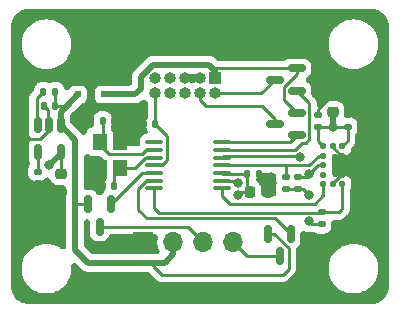
<source format=gtl>
G04 #@! TF.GenerationSoftware,KiCad,Pcbnew,6.0.11-2627ca5db0~126~ubuntu22.04.1*
G04 #@! TF.CreationDate,2023-06-19T15:46:02-07:00*
G04 #@! TF.ProjectId,VL53L1x_pwm,564c3533-4c31-4785-9f70-776d2e6b6963,rev?*
G04 #@! TF.SameCoordinates,Original*
G04 #@! TF.FileFunction,Copper,L1,Top*
G04 #@! TF.FilePolarity,Positive*
%FSLAX46Y46*%
G04 Gerber Fmt 4.6, Leading zero omitted, Abs format (unit mm)*
G04 Created by KiCad (PCBNEW 6.0.11-2627ca5db0~126~ubuntu22.04.1) date 2023-06-19 15:46:02*
%MOMM*%
%LPD*%
G01*
G04 APERTURE LIST*
G04 Aperture macros list*
%AMRoundRect*
0 Rectangle with rounded corners*
0 $1 Rounding radius*
0 $2 $3 $4 $5 $6 $7 $8 $9 X,Y pos of 4 corners*
0 Add a 4 corners polygon primitive as box body*
4,1,4,$2,$3,$4,$5,$6,$7,$8,$9,$2,$3,0*
0 Add four circle primitives for the rounded corners*
1,1,$1+$1,$2,$3*
1,1,$1+$1,$4,$5*
1,1,$1+$1,$6,$7*
1,1,$1+$1,$8,$9*
0 Add four rect primitives between the rounded corners*
20,1,$1+$1,$2,$3,$4,$5,0*
20,1,$1+$1,$4,$5,$6,$7,0*
20,1,$1+$1,$6,$7,$8,$9,0*
20,1,$1+$1,$8,$9,$2,$3,0*%
G04 Aperture macros list end*
G04 #@! TA.AperFunction,SMDPad,CuDef*
%ADD10RoundRect,0.140000X0.140000X0.170000X-0.140000X0.170000X-0.140000X-0.170000X0.140000X-0.170000X0*%
G04 #@! TD*
G04 #@! TA.AperFunction,SMDPad,CuDef*
%ADD11RoundRect,0.140000X-0.170000X0.140000X-0.170000X-0.140000X0.170000X-0.140000X0.170000X0.140000X0*%
G04 #@! TD*
G04 #@! TA.AperFunction,SMDPad,CuDef*
%ADD12RoundRect,0.062500X-0.062500X0.127500X-0.062500X-0.127500X0.062500X-0.127500X0.062500X0.127500X0*%
G04 #@! TD*
G04 #@! TA.AperFunction,SMDPad,CuDef*
%ADD13RoundRect,0.125000X-0.125000X0.125000X-0.125000X-0.125000X0.125000X-0.125000X0.125000X0.125000X0*%
G04 #@! TD*
G04 #@! TA.AperFunction,ComponentPad*
%ADD14R,1.700000X1.700000*%
G04 #@! TD*
G04 #@! TA.AperFunction,ComponentPad*
%ADD15O,1.700000X1.700000*%
G04 #@! TD*
G04 #@! TA.AperFunction,SMDPad,CuDef*
%ADD16RoundRect,0.135000X-0.185000X0.135000X-0.185000X-0.135000X0.185000X-0.135000X0.185000X0.135000X0*%
G04 #@! TD*
G04 #@! TA.AperFunction,SMDPad,CuDef*
%ADD17R,1.200000X1.400000*%
G04 #@! TD*
G04 #@! TA.AperFunction,SMDPad,CuDef*
%ADD18RoundRect,0.140000X0.170000X-0.140000X0.170000X0.140000X-0.170000X0.140000X-0.170000X-0.140000X0*%
G04 #@! TD*
G04 #@! TA.AperFunction,SMDPad,CuDef*
%ADD19RoundRect,0.135000X0.185000X-0.135000X0.185000X0.135000X-0.185000X0.135000X-0.185000X-0.135000X0*%
G04 #@! TD*
G04 #@! TA.AperFunction,ComponentPad*
%ADD20R,1.000000X1.000000*%
G04 #@! TD*
G04 #@! TA.AperFunction,ComponentPad*
%ADD21O,1.000000X1.000000*%
G04 #@! TD*
G04 #@! TA.AperFunction,SMDPad,CuDef*
%ADD22RoundRect,0.225000X0.225000X0.250000X-0.225000X0.250000X-0.225000X-0.250000X0.225000X-0.250000X0*%
G04 #@! TD*
G04 #@! TA.AperFunction,SMDPad,CuDef*
%ADD23RoundRect,0.140000X-0.140000X-0.170000X0.140000X-0.170000X0.140000X0.170000X-0.140000X0.170000X0*%
G04 #@! TD*
G04 #@! TA.AperFunction,SMDPad,CuDef*
%ADD24R,0.500000X0.500000*%
G04 #@! TD*
G04 #@! TA.AperFunction,SMDPad,CuDef*
%ADD25RoundRect,0.225000X-0.250000X0.225000X-0.250000X-0.225000X0.250000X-0.225000X0.250000X0.225000X0*%
G04 #@! TD*
G04 #@! TA.AperFunction,SMDPad,CuDef*
%ADD26RoundRect,0.150000X0.587500X0.150000X-0.587500X0.150000X-0.587500X-0.150000X0.587500X-0.150000X0*%
G04 #@! TD*
G04 #@! TA.AperFunction,SMDPad,CuDef*
%ADD27RoundRect,0.225000X0.250000X-0.225000X0.250000X0.225000X-0.250000X0.225000X-0.250000X-0.225000X0*%
G04 #@! TD*
G04 #@! TA.AperFunction,SMDPad,CuDef*
%ADD28RoundRect,0.135000X0.135000X0.185000X-0.135000X0.185000X-0.135000X-0.185000X0.135000X-0.185000X0*%
G04 #@! TD*
G04 #@! TA.AperFunction,SMDPad,CuDef*
%ADD29RoundRect,0.150000X-0.150000X0.587500X-0.150000X-0.587500X0.150000X-0.587500X0.150000X0.587500X0*%
G04 #@! TD*
G04 #@! TA.AperFunction,SMDPad,CuDef*
%ADD30RoundRect,0.150000X-0.150000X0.512500X-0.150000X-0.512500X0.150000X-0.512500X0.150000X0.512500X0*%
G04 #@! TD*
G04 #@! TA.AperFunction,SMDPad,CuDef*
%ADD31RoundRect,0.100000X-0.637500X-0.100000X0.637500X-0.100000X0.637500X0.100000X-0.637500X0.100000X0*%
G04 #@! TD*
G04 #@! TA.AperFunction,ViaPad*
%ADD32C,0.800000*%
G04 #@! TD*
G04 #@! TA.AperFunction,Conductor*
%ADD33C,0.250000*%
G04 #@! TD*
G04 #@! TA.AperFunction,Conductor*
%ADD34C,0.500000*%
G04 #@! TD*
G04 APERTURE END LIST*
D10*
G04 #@! TO.P,C2,1*
G04 #@! TO.N,GND*
X126730000Y-96000000D03*
G04 #@! TO.P,C2,2*
G04 #@! TO.N,/CLK_A*
X125770000Y-96000000D03*
G04 #@! TD*
D11*
G04 #@! TO.P,C7,1*
G04 #@! TO.N,Net-(C7-Pad1)*
X120250000Y-100290000D03*
G04 #@! TO.P,C7,2*
G04 #@! TO.N,GND*
X120250000Y-101250000D03*
G04 #@! TD*
D12*
G04 #@! TO.P,U3,1,AVDDVCSEL*
G04 #@! TO.N,+1V8*
X145925000Y-98010000D03*
D13*
X146050000Y-98150000D03*
G04 #@! TO.P,U3,2,AVSSVCSEL*
G04 #@! TO.N,GND*
X146050000Y-98950000D03*
G04 #@! TO.P,U3,3,GND*
X146050000Y-99750000D03*
G04 #@! TO.P,U3,4,GND*
X146050000Y-100550000D03*
G04 #@! TO.P,U3,5,XSHUT*
G04 #@! TO.N,XSHUT*
X146050000Y-101350000D03*
G04 #@! TO.P,U3,6,GND*
G04 #@! TO.N,GND*
X145250000Y-101350000D03*
G04 #@! TO.P,U3,7,GPIO1*
G04 #@! TO.N,INT*
X144450000Y-101350000D03*
G04 #@! TO.P,U3,8,DNC*
G04 #@! TO.N,unconnected-(U3-Pad8)*
X144450000Y-100550000D03*
G04 #@! TO.P,U3,9,SDA*
G04 #@! TO.N,SDA*
X144450000Y-99750000D03*
G04 #@! TO.P,U3,10,SCL*
G04 #@! TO.N,SCL*
X144450000Y-98950000D03*
G04 #@! TO.P,U3,11,AVDD*
G04 #@! TO.N,+1V8*
X144450000Y-98150000D03*
G04 #@! TO.P,U3,12,GND*
G04 #@! TO.N,GND*
X145250000Y-98150000D03*
G04 #@! TD*
D14*
G04 #@! TO.P,J2,1,Pin_1*
G04 #@! TO.N,GND*
X129200000Y-106250000D03*
D15*
G04 #@! TO.P,J2,2,Pin_2*
G04 #@! TO.N,VCC*
X131740000Y-106250000D03*
G04 #@! TO.P,J2,3,Pin_3*
G04 #@! TO.N,PWMOUT*
X134280000Y-106250000D03*
G04 #@! TO.P,J2,4,Pin_4*
G04 #@! TO.N,INTOUT*
X136820000Y-106250000D03*
G04 #@! TD*
D16*
G04 #@! TO.P,R2,1*
G04 #@! TO.N,SDA*
X142306359Y-100740000D03*
G04 #@! TO.P,R2,2*
G04 #@! TO.N,+1V8*
X142306359Y-101760000D03*
G04 #@! TD*
D17*
G04 #@! TO.P,Y1,1,1*
G04 #@! TO.N,/CLK_A*
X125500000Y-97750000D03*
G04 #@! TO.P,Y1,2,2*
G04 #@! TO.N,GND*
X125500000Y-99950000D03*
G04 #@! TO.P,Y1,3,3*
G04 #@! TO.N,/CLK_B*
X127200000Y-99950000D03*
G04 #@! TO.P,Y1,4,4*
G04 #@! TO.N,GND*
X127200000Y-97750000D03*
G04 #@! TD*
D18*
G04 #@! TO.P,C4,1*
G04 #@! TO.N,+1V8*
X146500000Y-96480000D03*
G04 #@! TO.P,C4,2*
G04 #@! TO.N,GND*
X146500000Y-95520000D03*
G04 #@! TD*
G04 #@! TO.P,C5,1*
G04 #@! TO.N,+1V8*
X144000000Y-96480000D03*
G04 #@! TO.P,C5,2*
G04 #@! TO.N,GND*
X144000000Y-95520000D03*
G04 #@! TD*
D10*
G04 #@! TO.P,C11,1*
G04 #@! TO.N,GND*
X138980000Y-100500000D03*
G04 #@! TO.P,C11,2*
G04 #@! TO.N,+1V8*
X138020000Y-100500000D03*
G04 #@! TD*
G04 #@! TO.P,C9,1*
G04 #@! TO.N,/CLK_B*
X126730000Y-101500000D03*
G04 #@! TO.P,C9,2*
G04 #@! TO.N,GND*
X125770000Y-101500000D03*
G04 #@! TD*
D19*
G04 #@! TO.P,R3,1*
G04 #@! TO.N,+1V8*
X141250000Y-101760000D03*
G04 #@! TO.P,R3,2*
G04 #@! TO.N,SCL*
X141250000Y-100740000D03*
G04 #@! TD*
D20*
G04 #@! TO.P,J1,1,Pin_1*
G04 #@! TO.N,+3V3*
X135300000Y-92375000D03*
D21*
G04 #@! TO.P,J1,2,Pin_2*
G04 #@! TO.N,SWDIO*
X135300000Y-93645000D03*
G04 #@! TO.P,J1,3,Pin_3*
G04 #@! TO.N,GND*
X134030000Y-92375000D03*
G04 #@! TO.P,J1,4,Pin_4*
G04 #@! TO.N,SWCLK*
X134030000Y-93645000D03*
G04 #@! TO.P,J1,5,Pin_5*
G04 #@! TO.N,GND*
X132760000Y-92375000D03*
G04 #@! TO.P,J1,6,Pin_6*
G04 #@! TO.N,unconnected-(J1-Pad6)*
X132760000Y-93645000D03*
G04 #@! TO.P,J1,7,Pin_7*
G04 #@! TO.N,unconnected-(J1-Pad7)*
X131490000Y-92375000D03*
G04 #@! TO.P,J1,8,Pin_8*
G04 #@! TO.N,unconnected-(J1-Pad8)*
X131490000Y-93645000D03*
G04 #@! TO.P,J1,9,Pin_9*
G04 #@! TO.N,GND*
X130220000Y-92375000D03*
G04 #@! TO.P,J1,10,Pin_10*
G04 #@! TO.N,RST*
X130220000Y-93645000D03*
G04 #@! TD*
D22*
G04 #@! TO.P,C10,1*
G04 #@! TO.N,GND*
X139750000Y-102000000D03*
G04 #@! TO.P,C10,2*
G04 #@! TO.N,+1V8*
X138200000Y-102000000D03*
G04 #@! TD*
D23*
G04 #@! TO.P,C3,1*
G04 #@! TO.N,GND*
X129270000Y-96250000D03*
G04 #@! TO.P,C3,2*
G04 #@! TO.N,RST*
X130230000Y-96250000D03*
G04 #@! TD*
D24*
G04 #@! TO.P,D1,1,K*
G04 #@! TO.N,VCC*
X123650000Y-93750000D03*
G04 #@! TO.P,D1,2,A*
G04 #@! TO.N,+3V3*
X125850000Y-93750000D03*
G04 #@! TD*
D25*
G04 #@! TO.P,C8,1*
G04 #@! TO.N,+1V8*
X122250000Y-100475000D03*
G04 #@! TO.P,C8,2*
G04 #@! TO.N,GND*
X122250000Y-102025000D03*
G04 #@! TD*
D26*
G04 #@! TO.P,Q2,1,G*
G04 #@! TO.N,SWCLK1V8*
X142187500Y-97200000D03*
G04 #@! TO.P,Q2,2,S*
G04 #@! TO.N,+3V3*
X142187500Y-95300000D03*
G04 #@! TO.P,Q2,3,D*
G04 #@! TO.N,SWCLK*
X140312500Y-96250000D03*
G04 #@! TD*
D27*
G04 #@! TO.P,C6,1*
G04 #@! TO.N,+1V8*
X145250000Y-95275000D03*
G04 #@! TO.P,C6,2*
G04 #@! TO.N,GND*
X145250000Y-93725000D03*
G04 #@! TD*
D28*
G04 #@! TO.P,R1,1*
G04 #@! TO.N,VCC*
X121760000Y-93520000D03*
G04 #@! TO.P,R1,2*
G04 #@! TO.N,Net-(R1-Pad2)*
X120740000Y-93520000D03*
G04 #@! TD*
D26*
G04 #@! TO.P,Q1,1,G*
G04 #@! TO.N,SWDIO1V8*
X142187500Y-93450000D03*
G04 #@! TO.P,Q1,2,S*
G04 #@! TO.N,+3V3*
X142187500Y-91550000D03*
G04 #@! TO.P,Q1,3,D*
G04 #@! TO.N,SWDIO*
X140312500Y-92500000D03*
G04 #@! TD*
D19*
G04 #@! TO.P,R4,1*
G04 #@! TO.N,+1V8*
X144290000Y-104760000D03*
G04 #@! TO.P,R4,2*
G04 #@! TO.N,XSHUT*
X144290000Y-103740000D03*
G04 #@! TD*
D29*
G04 #@! TO.P,Q3,1,G*
G04 #@! TO.N,PWMOUT1V8*
X126450000Y-103062500D03*
G04 #@! TO.P,Q3,2,S*
G04 #@! TO.N,VCC*
X124550000Y-103062500D03*
G04 #@! TO.P,Q3,3,D*
G04 #@! TO.N,PWMOUT*
X125500000Y-104937500D03*
G04 #@! TD*
G04 #@! TO.P,Q4,1,G*
G04 #@! TO.N,INTOUT1V8*
X141700000Y-105562500D03*
G04 #@! TO.P,Q4,2,S*
G04 #@! TO.N,VCC*
X139800000Y-105562500D03*
G04 #@! TO.P,Q4,3,D*
G04 #@! TO.N,INTOUT*
X140750000Y-107437500D03*
G04 #@! TD*
D30*
G04 #@! TO.P,U1,1,VIN*
G04 #@! TO.N,VCC*
X122200000Y-96362500D03*
G04 #@! TO.P,U1,2,GND*
G04 #@! TO.N,GND*
X121250000Y-96362500D03*
G04 #@! TO.P,U1,3,ON/~{OFF}*
G04 #@! TO.N,Net-(R1-Pad2)*
X120300000Y-96362500D03*
G04 #@! TO.P,U1,4,BP*
G04 #@! TO.N,Net-(C7-Pad1)*
X120300000Y-98637500D03*
G04 #@! TO.P,U1,5,VOUT*
G04 #@! TO.N,+1V8*
X122200000Y-98637500D03*
G04 #@! TD*
D31*
G04 #@! TO.P,U2,1,PB9*
G04 #@! TO.N,unconnected-(U2-Pad1)*
X130137500Y-97800000D03*
G04 #@! TO.P,U2,2,PC14*
G04 #@! TO.N,/CLK_A*
X130137500Y-98450000D03*
G04 #@! TO.P,U2,3,PC15*
G04 #@! TO.N,/CLK_B*
X130137500Y-99100000D03*
G04 #@! TO.P,U2,4,NRST*
G04 #@! TO.N,RST*
X130137500Y-99750000D03*
G04 #@! TO.P,U2,5,PA0*
G04 #@! TO.N,PWMOUT1V8*
X130137500Y-100400000D03*
G04 #@! TO.P,U2,6,PA1*
G04 #@! TO.N,INTOUT1V8*
X130137500Y-101050000D03*
G04 #@! TO.P,U2,7,PA4*
G04 #@! TO.N,XSHUT*
X130137500Y-101700000D03*
G04 #@! TO.P,U2,8,PA7*
G04 #@! TO.N,INT*
X135862500Y-101700000D03*
G04 #@! TO.P,U2,9,VSS*
G04 #@! TO.N,GND*
X135862500Y-101050000D03*
G04 #@! TO.P,U2,10,VDD*
G04 #@! TO.N,+1V8*
X135862500Y-100400000D03*
G04 #@! TO.P,U2,11,PA9*
G04 #@! TO.N,SCL*
X135862500Y-99750000D03*
G04 #@! TO.P,U2,12,PA10*
G04 #@! TO.N,SDA*
X135862500Y-99100000D03*
G04 #@! TO.P,U2,13,PA13*
G04 #@! TO.N,SWDIO1V8*
X135862500Y-98450000D03*
G04 #@! TO.P,U2,14,PA14*
G04 #@! TO.N,SWCLK1V8*
X135862500Y-97800000D03*
G04 #@! TD*
D10*
G04 #@! TO.P,C1,1*
G04 #@! TO.N,VCC*
X121730000Y-94750000D03*
G04 #@! TO.P,C1,2*
G04 #@! TO.N,GND*
X120770000Y-94750000D03*
G04 #@! TD*
D32*
G04 #@! TO.N,GND*
X137250000Y-101250000D03*
X119000000Y-97500000D03*
X140000000Y-100750000D03*
X124750000Y-101400500D03*
G04 #@! TO.N,+1V8*
X145250000Y-96500000D03*
X143250000Y-102250000D03*
X143250000Y-104500000D03*
X121250000Y-99750000D03*
X137250000Y-102250000D03*
G04 #@! TO.N,SDA*
X142508781Y-99010732D03*
X143250000Y-100500000D03*
G04 #@! TD*
D33*
G04 #@! TO.N,GND*
X137050000Y-101050000D02*
X137250000Y-101250000D01*
X145250000Y-98236396D02*
X145963604Y-98950000D01*
X120496751Y-97500000D02*
X119000000Y-97500000D01*
X124750000Y-100700000D02*
X125500000Y-99950000D01*
X124750000Y-101400500D02*
X124750000Y-100700000D01*
X121125000Y-96237500D02*
X121125000Y-95105000D01*
X124849500Y-101500000D02*
X124750000Y-101400500D01*
X144000000Y-94975000D02*
X145250000Y-93725000D01*
X125770000Y-101500000D02*
X124849500Y-101500000D01*
X121125000Y-95105000D02*
X120770000Y-94750000D01*
X121250000Y-96746751D02*
X120496751Y-97500000D01*
X135862500Y-101050000D02*
X137050000Y-101050000D01*
X145250000Y-101263604D02*
X145963604Y-100550000D01*
X144000000Y-95520000D02*
X144000000Y-94975000D01*
G04 #@! TO.N,RST*
X131250000Y-99326041D02*
X130826041Y-99750000D01*
X131250000Y-97270000D02*
X131250000Y-99326041D01*
X130826041Y-99750000D02*
X130137500Y-99750000D01*
X130230000Y-96250000D02*
X131250000Y-97270000D01*
X130220000Y-93645000D02*
X130220000Y-96240000D01*
G04 #@! TO.N,+3V3*
X142187500Y-91550000D02*
X135050000Y-91550000D01*
D34*
X129000000Y-92250000D02*
X130000000Y-91250000D01*
X125850000Y-93750000D02*
X128500000Y-93750000D01*
X135000000Y-91500000D02*
X135300000Y-91800000D01*
X134750000Y-91250000D02*
X135000000Y-91500000D01*
D33*
X142187500Y-91550000D02*
X142187500Y-92040749D01*
X142187500Y-92040749D02*
X141125000Y-93103249D01*
X135050000Y-91550000D02*
X135000000Y-91500000D01*
X141125000Y-94237500D02*
X142187500Y-95300000D01*
X141125000Y-93103249D02*
X141125000Y-94237500D01*
D34*
X128500000Y-93750000D02*
X129000000Y-93250000D01*
X135300000Y-91800000D02*
X135300000Y-92375000D01*
X129000000Y-93250000D02*
X129000000Y-92250000D01*
X130000000Y-91250000D02*
X134750000Y-91250000D01*
D33*
G04 #@! TO.N,+1V8*
X142306359Y-101760000D02*
X142760000Y-101760000D01*
X143510000Y-104760000D02*
X143250000Y-104500000D01*
X146500000Y-97700000D02*
X146050000Y-98150000D01*
X145270000Y-96480000D02*
X145250000Y-96500000D01*
D34*
X122200000Y-98800000D02*
X121250000Y-99750000D01*
D33*
X144290000Y-104760000D02*
X143510000Y-104760000D01*
X135962500Y-100500000D02*
X135862500Y-100400000D01*
X146500000Y-96480000D02*
X146500000Y-97700000D01*
D34*
X145250000Y-96500000D02*
X145250000Y-95275000D01*
D33*
X137500000Y-102000000D02*
X137250000Y-102250000D01*
X138020000Y-100500000D02*
X135962500Y-100500000D01*
X144000000Y-97700000D02*
X144000000Y-96480000D01*
X146500000Y-96480000D02*
X145270000Y-96480000D01*
X145230000Y-96480000D02*
X145250000Y-96500000D01*
X144000000Y-96480000D02*
X145230000Y-96480000D01*
X142760000Y-101760000D02*
X143250000Y-102250000D01*
X138225000Y-102000000D02*
X137500000Y-102000000D01*
X122250000Y-100475000D02*
X122250000Y-98687500D01*
X144000000Y-97700000D02*
X144450000Y-98150000D01*
X141250000Y-101760000D02*
X142306359Y-101760000D01*
X138020000Y-100500000D02*
X138020000Y-101795000D01*
G04 #@! TO.N,SCL*
X135862500Y-99750000D02*
X141250000Y-99750000D01*
X141250000Y-100740000D02*
X141250000Y-99750000D01*
X144050000Y-98950000D02*
X144450000Y-98950000D01*
X141250000Y-99750000D02*
X143250000Y-99750000D01*
X143250000Y-99750000D02*
X144050000Y-98950000D01*
G04 #@! TO.N,/CLK_A*
X129400000Y-98450000D02*
X130137500Y-98450000D01*
X126275000Y-98775000D02*
X129075000Y-98775000D01*
X125770000Y-96000000D02*
X125770000Y-97480000D01*
X125500000Y-98000000D02*
X126275000Y-98775000D01*
X129075000Y-98775000D02*
X129400000Y-98450000D01*
G04 #@! TO.N,/CLK_B*
X127200000Y-99950000D02*
X128535690Y-99950000D01*
X126730000Y-101500000D02*
X126730000Y-100420000D01*
X129385690Y-99100000D02*
X130137500Y-99100000D01*
X128535690Y-99950000D02*
X129385690Y-99100000D01*
G04 #@! TO.N,SWDIO*
X140312500Y-92500000D02*
X139167500Y-93645000D01*
X139167500Y-93645000D02*
X135300000Y-93645000D01*
G04 #@! TO.N,SWCLK*
X134000000Y-93675000D02*
X134030000Y-93645000D01*
X139250000Y-94750000D02*
X134500000Y-94750000D01*
X140312500Y-95812500D02*
X139250000Y-94750000D01*
X134000000Y-94250000D02*
X134000000Y-93675000D01*
X140312500Y-96250000D02*
X140312500Y-95812500D01*
X134500000Y-94750000D02*
X134000000Y-94250000D01*
G04 #@! TO.N,Net-(R1-Pad2)*
X120165000Y-96227500D02*
X120165000Y-94095000D01*
X120165000Y-94095000D02*
X120740000Y-93520000D01*
G04 #@! TO.N,SDA*
X135862500Y-99100000D02*
X135962500Y-99000000D01*
X143250000Y-100500000D02*
X144000000Y-99750000D01*
X144000000Y-99750000D02*
X144450000Y-99750000D01*
X135962500Y-99000000D02*
X142498049Y-99000000D01*
X142498049Y-99000000D02*
X142508781Y-99010732D01*
X142306359Y-100740000D02*
X143010000Y-100740000D01*
X143010000Y-100740000D02*
X143250000Y-100500000D01*
G04 #@! TO.N,SWDIO1V8*
X135862500Y-98450000D02*
X142050000Y-98450000D01*
X142200000Y-93450000D02*
X142187500Y-93450000D01*
X142675000Y-97825000D02*
X142971751Y-97825000D01*
X143250000Y-94500000D02*
X142200000Y-93450000D01*
X142971751Y-97825000D02*
X143250000Y-97546751D01*
X142050000Y-98450000D02*
X142675000Y-97825000D01*
X143250000Y-97546751D02*
X143250000Y-94500000D01*
G04 #@! TO.N,SWCLK1V8*
X141587500Y-97800000D02*
X142187500Y-97200000D01*
X135862500Y-97800000D02*
X141587500Y-97800000D01*
G04 #@! TO.N,XSHUT*
X144290000Y-103740000D02*
X144010000Y-103740000D01*
X145760000Y-103740000D02*
X144290000Y-103740000D01*
X130500000Y-103750000D02*
X130137500Y-103387500D01*
X144000000Y-103750000D02*
X130500000Y-103750000D01*
X146050000Y-103450000D02*
X145760000Y-103740000D01*
X130137500Y-103387500D02*
X130137500Y-101700000D01*
X146050000Y-101350000D02*
X146050000Y-103450000D01*
X144010000Y-103740000D02*
X144000000Y-103750000D01*
G04 #@! TO.N,INT*
X136500000Y-103000000D02*
X135862500Y-102362500D01*
X144450000Y-101350000D02*
X144450000Y-102300000D01*
X144450000Y-102300000D02*
X143750000Y-103000000D01*
X135862500Y-102362500D02*
X135862500Y-101700000D01*
X143750000Y-103000000D02*
X136500000Y-103000000D01*
D34*
G04 #@! TO.N,VCC*
X130000000Y-108000000D02*
X131000000Y-108000000D01*
D33*
X141500000Y-106771751D02*
X141500000Y-108500000D01*
X124550000Y-103062500D02*
X123437500Y-103062500D01*
D34*
X122700000Y-94700000D02*
X123650000Y-93750000D01*
D33*
X139800000Y-105562500D02*
X140290749Y-105562500D01*
D34*
X123418750Y-106918750D02*
X123418750Y-103081250D01*
X122200000Y-95200000D02*
X122700000Y-94700000D01*
D33*
X130000000Y-108250000D02*
X130000000Y-108000000D01*
D34*
X131740000Y-107260000D02*
X131740000Y-106250000D01*
X124500000Y-108000000D02*
X123418750Y-106918750D01*
X122200000Y-96362500D02*
X123418750Y-97581250D01*
D33*
X123437500Y-103062500D02*
X123418750Y-103081250D01*
X141500000Y-108500000D02*
X141000000Y-109000000D01*
D34*
X123418750Y-103081250D02*
X123418750Y-97581250D01*
D33*
X121730000Y-94750000D02*
X121730000Y-93550000D01*
X122650000Y-94750000D02*
X122700000Y-94700000D01*
X130750000Y-109000000D02*
X130000000Y-108250000D01*
D34*
X131000000Y-108000000D02*
X131740000Y-107260000D01*
X122200000Y-96362500D02*
X122200000Y-95200000D01*
D33*
X140290749Y-105562500D02*
X141500000Y-106771751D01*
D34*
X124500000Y-108000000D02*
X130000000Y-108000000D01*
D33*
X121730000Y-94750000D02*
X122650000Y-94750000D01*
X141000000Y-109000000D02*
X130750000Y-109000000D01*
G04 #@! TO.N,PWMOUT*
X132967500Y-104937500D02*
X134280000Y-106250000D01*
X125500000Y-104937500D02*
X132967500Y-104937500D01*
G04 #@! TO.N,INTOUT*
X140750000Y-107437500D02*
X138007500Y-107437500D01*
X138007500Y-107437500D02*
X136820000Y-106250000D01*
G04 #@! TO.N,INTOUT1V8*
X128750000Y-103500000D02*
X128750000Y-101748959D01*
X129448959Y-101050000D02*
X130137500Y-101050000D01*
X141700000Y-105562500D02*
X140387500Y-104250000D01*
X129500000Y-104250000D02*
X128750000Y-103500000D01*
X140387500Y-104250000D02*
X129500000Y-104250000D01*
X128750000Y-101748959D02*
X129448959Y-101050000D01*
G04 #@! TO.N,PWMOUT1V8*
X129112500Y-100400000D02*
X126450000Y-103062500D01*
X130137500Y-100400000D02*
X129112500Y-100400000D01*
G04 #@! TO.N,Net-(C7-Pad1)*
X120250000Y-100290000D02*
X120250000Y-98687500D01*
G04 #@! TD*
G04 #@! TA.AperFunction,Conductor*
G04 #@! TO.N,GND*
G36*
X148471795Y-86502826D02*
G01*
X148476302Y-86502881D01*
X148493823Y-86505609D01*
X148511409Y-86503310D01*
X148529147Y-86503526D01*
X148529137Y-86504320D01*
X148546358Y-86503816D01*
X148695639Y-86514493D01*
X148730802Y-86519549D01*
X148905058Y-86557455D01*
X148939147Y-86567465D01*
X149106228Y-86629783D01*
X149138537Y-86644537D01*
X149295069Y-86730010D01*
X149324945Y-86749210D01*
X149440663Y-86835836D01*
X149467704Y-86856079D01*
X149494553Y-86879343D01*
X149620657Y-87005447D01*
X149643921Y-87032296D01*
X149750787Y-87175051D01*
X149769990Y-87204931D01*
X149855460Y-87361457D01*
X149870217Y-87393772D01*
X149932535Y-87560852D01*
X149942545Y-87594941D01*
X149980451Y-87769196D01*
X149985507Y-87804360D01*
X149996477Y-87957735D01*
X149997041Y-87976804D01*
X149994391Y-87993823D01*
X149997398Y-88016818D01*
X149999500Y-88049104D01*
X149999500Y-109941739D01*
X149997174Y-109971795D01*
X149997119Y-109976302D01*
X149994391Y-109993823D01*
X149996690Y-110011409D01*
X149996474Y-110029147D01*
X149995680Y-110029137D01*
X149996184Y-110046358D01*
X149985507Y-110195639D01*
X149980451Y-110230802D01*
X149942545Y-110405058D01*
X149932535Y-110439148D01*
X149870217Y-110606228D01*
X149855463Y-110638537D01*
X149769990Y-110795069D01*
X149750787Y-110824949D01*
X149643921Y-110967704D01*
X149620657Y-110994553D01*
X149494553Y-111120657D01*
X149467704Y-111143921D01*
X149324945Y-111250790D01*
X149295069Y-111269990D01*
X149138537Y-111355463D01*
X149106228Y-111370217D01*
X148964600Y-111423042D01*
X148939148Y-111432535D01*
X148905061Y-111442545D01*
X148847502Y-111455065D01*
X148730804Y-111480451D01*
X148695640Y-111485507D01*
X148542265Y-111496477D01*
X148523196Y-111497041D01*
X148506177Y-111494391D01*
X148483182Y-111497398D01*
X148450896Y-111499500D01*
X119558261Y-111499500D01*
X119528205Y-111497174D01*
X119523698Y-111497119D01*
X119506177Y-111494391D01*
X119488591Y-111496690D01*
X119470853Y-111496474D01*
X119470863Y-111495680D01*
X119453642Y-111496184D01*
X119304361Y-111485507D01*
X119269198Y-111480451D01*
X119094942Y-111442545D01*
X119060852Y-111432535D01*
X119035401Y-111423042D01*
X118893772Y-111370217D01*
X118861463Y-111355463D01*
X118704931Y-111269990D01*
X118675055Y-111250790D01*
X118532296Y-111143921D01*
X118505447Y-111120657D01*
X118379343Y-110994553D01*
X118356079Y-110967704D01*
X118249213Y-110824949D01*
X118230010Y-110795069D01*
X118144537Y-110638537D01*
X118129783Y-110606228D01*
X118067465Y-110439148D01*
X118057455Y-110405058D01*
X118019549Y-110230802D01*
X118014493Y-110195639D01*
X118004309Y-110053255D01*
X118004632Y-110017490D01*
X118005496Y-110012354D01*
X118005647Y-110000000D01*
X118003015Y-109981620D01*
X118000500Y-109946323D01*
X118000500Y-108632200D01*
X118898747Y-108632200D01*
X118936129Y-108916149D01*
X119011702Y-109192398D01*
X119124068Y-109455835D01*
X119128422Y-109463110D01*
X119128423Y-109463112D01*
X119181912Y-109552486D01*
X119271146Y-109701585D01*
X119450215Y-109925100D01*
X119657962Y-110122245D01*
X119890543Y-110289371D01*
X120143653Y-110423386D01*
X120412610Y-110521810D01*
X120420883Y-110523614D01*
X120420887Y-110523615D01*
X120684147Y-110581015D01*
X120684151Y-110581016D01*
X120692436Y-110582822D01*
X120700887Y-110583487D01*
X120700893Y-110583488D01*
X120800698Y-110591343D01*
X120917053Y-110600500D01*
X121071992Y-110600500D01*
X121196517Y-110592011D01*
X121277278Y-110586505D01*
X121277283Y-110586504D01*
X121285737Y-110585928D01*
X121294031Y-110584210D01*
X121294034Y-110584210D01*
X121557890Y-110529568D01*
X121566186Y-110527850D01*
X121836158Y-110432248D01*
X121843679Y-110428366D01*
X121843684Y-110428364D01*
X121955411Y-110370697D01*
X122090658Y-110300891D01*
X122324976Y-110136209D01*
X122471555Y-110000000D01*
X122483993Y-109988442D01*
X122534776Y-109941251D01*
X122578855Y-109887397D01*
X122710806Y-109726186D01*
X122710811Y-109726179D01*
X122716177Y-109719623D01*
X122865820Y-109475427D01*
X122980938Y-109213182D01*
X122986859Y-109192398D01*
X123057080Y-108945882D01*
X123059400Y-108937739D01*
X123099754Y-108654196D01*
X123100681Y-108477117D01*
X123101209Y-108376279D01*
X123101209Y-108376273D01*
X123101253Y-108367800D01*
X123090084Y-108282962D01*
X123096439Y-108186015D01*
X123139409Y-108098879D01*
X123212454Y-108034820D01*
X123304453Y-108003591D01*
X123401400Y-108009946D01*
X123488536Y-108052916D01*
X123513024Y-108074391D01*
X123915750Y-108477117D01*
X123935777Y-108500421D01*
X123938806Y-108503670D01*
X123947383Y-108515324D01*
X123958407Y-108524689D01*
X123958411Y-108524694D01*
X123983379Y-108545906D01*
X123989759Y-108551788D01*
X123989791Y-108551752D01*
X123995197Y-108556564D01*
X124000303Y-108561670D01*
X124020665Y-108577780D01*
X124027352Y-108583263D01*
X124080755Y-108628632D01*
X124092555Y-108634657D01*
X124102949Y-108642881D01*
X124116058Y-108649008D01*
X124116065Y-108649012D01*
X124166425Y-108672549D01*
X124174232Y-108676365D01*
X124223725Y-108701637D01*
X124223728Y-108701638D01*
X124236616Y-108708219D01*
X124249490Y-108711369D01*
X124261493Y-108716979D01*
X124275656Y-108719925D01*
X124330058Y-108731241D01*
X124338530Y-108733158D01*
X124390287Y-108745822D01*
X124406606Y-108749815D01*
X124417648Y-108750500D01*
X124421492Y-108750500D01*
X124422855Y-108750542D01*
X124432830Y-108752617D01*
X124447287Y-108752226D01*
X124447289Y-108752226D01*
X124507714Y-108750591D01*
X124514448Y-108750500D01*
X129512771Y-108750500D01*
X129608059Y-108769454D01*
X129688841Y-108823431D01*
X130255951Y-109390542D01*
X130259485Y-109394426D01*
X130264214Y-109401877D01*
X130275638Y-109412605D01*
X130311764Y-109446530D01*
X130317381Y-109451972D01*
X130335529Y-109470120D01*
X130341701Y-109474907D01*
X130343367Y-109476376D01*
X130349133Y-109481622D01*
X130379418Y-109510062D01*
X130393145Y-109517608D01*
X130400523Y-109522969D01*
X130408817Y-109528417D01*
X130416682Y-109533068D01*
X130429064Y-109542673D01*
X130463743Y-109557680D01*
X130484798Y-109567995D01*
X130517908Y-109586197D01*
X130533083Y-109590093D01*
X130541541Y-109593442D01*
X130550984Y-109596675D01*
X130559724Y-109599214D01*
X130574104Y-109605437D01*
X130609827Y-109611095D01*
X130611406Y-109611345D01*
X130634375Y-109616102D01*
X130655798Y-109621603D01*
X130655809Y-109621604D01*
X130670981Y-109625500D01*
X130686651Y-109625500D01*
X130695692Y-109626642D01*
X130705605Y-109627423D01*
X130714725Y-109627710D01*
X130730196Y-109630160D01*
X130745790Y-109628686D01*
X130745791Y-109628686D01*
X130761710Y-109627181D01*
X130767805Y-109626605D01*
X130791236Y-109625500D01*
X140926801Y-109625500D01*
X140932054Y-109625748D01*
X140940667Y-109627673D01*
X140956325Y-109627181D01*
X140956326Y-109627181D01*
X141005900Y-109625623D01*
X141013721Y-109625500D01*
X141039350Y-109625500D01*
X141047113Y-109624519D01*
X141049274Y-109624383D01*
X141057095Y-109624014D01*
X141073809Y-109623489D01*
X141098627Y-109622709D01*
X141113678Y-109618336D01*
X141122690Y-109616909D01*
X141132430Y-109614892D01*
X141141248Y-109612628D01*
X141156792Y-109610664D01*
X141191918Y-109596756D01*
X141214106Y-109589160D01*
X141235341Y-109582991D01*
X141235348Y-109582988D01*
X141250390Y-109578618D01*
X141263876Y-109570642D01*
X141272253Y-109567017D01*
X141281185Y-109562641D01*
X141289170Y-109558251D01*
X141303732Y-109552486D01*
X141334303Y-109530275D01*
X141353906Y-109517399D01*
X141372940Y-109506142D01*
X141386420Y-109498170D01*
X141397491Y-109487099D01*
X141404685Y-109481519D01*
X141412261Y-109475048D01*
X141418909Y-109468805D01*
X141431587Y-109459594D01*
X141455663Y-109430491D01*
X141471451Y-109413139D01*
X141890543Y-108994047D01*
X141894424Y-108990515D01*
X141901877Y-108985786D01*
X141946545Y-108938220D01*
X141951987Y-108932603D01*
X141970120Y-108914470D01*
X141974912Y-108908292D01*
X141976345Y-108906667D01*
X141981581Y-108900911D01*
X142010062Y-108870582D01*
X142017608Y-108856855D01*
X142022964Y-108849484D01*
X142028430Y-108841162D01*
X142033071Y-108833315D01*
X142042673Y-108820936D01*
X142048894Y-108806560D01*
X142048896Y-108806557D01*
X142057678Y-108786263D01*
X142067997Y-108765199D01*
X142078649Y-108745822D01*
X142086197Y-108732092D01*
X142090093Y-108716918D01*
X142093453Y-108708431D01*
X142096668Y-108699040D01*
X142099214Y-108690278D01*
X142105438Y-108675895D01*
X142111351Y-108638564D01*
X142112669Y-108632200D01*
X144898747Y-108632200D01*
X144936129Y-108916149D01*
X145011702Y-109192398D01*
X145124068Y-109455835D01*
X145128422Y-109463110D01*
X145128423Y-109463112D01*
X145181912Y-109552486D01*
X145271146Y-109701585D01*
X145450215Y-109925100D01*
X145657962Y-110122245D01*
X145890543Y-110289371D01*
X146143653Y-110423386D01*
X146412610Y-110521810D01*
X146420883Y-110523614D01*
X146420887Y-110523615D01*
X146684147Y-110581015D01*
X146684151Y-110581016D01*
X146692436Y-110582822D01*
X146700887Y-110583487D01*
X146700893Y-110583488D01*
X146800698Y-110591343D01*
X146917053Y-110600500D01*
X147071992Y-110600500D01*
X147196517Y-110592011D01*
X147277278Y-110586505D01*
X147277283Y-110586504D01*
X147285737Y-110585928D01*
X147294031Y-110584210D01*
X147294034Y-110584210D01*
X147557890Y-110529568D01*
X147566186Y-110527850D01*
X147836158Y-110432248D01*
X147843679Y-110428366D01*
X147843684Y-110428364D01*
X147955411Y-110370697D01*
X148090658Y-110300891D01*
X148324976Y-110136209D01*
X148471555Y-110000000D01*
X148483993Y-109988442D01*
X148534776Y-109941251D01*
X148578855Y-109887397D01*
X148710806Y-109726186D01*
X148710811Y-109726179D01*
X148716177Y-109719623D01*
X148865820Y-109475427D01*
X148980938Y-109213182D01*
X148986859Y-109192398D01*
X149057080Y-108945882D01*
X149059400Y-108937739D01*
X149099754Y-108654196D01*
X149100681Y-108477117D01*
X149101209Y-108376279D01*
X149101209Y-108376273D01*
X149101253Y-108367800D01*
X149063871Y-108083851D01*
X148988298Y-107807602D01*
X148875932Y-107544165D01*
X148864207Y-107524573D01*
X148733211Y-107305695D01*
X148728854Y-107298415D01*
X148549785Y-107074900D01*
X148360492Y-106895267D01*
X148348190Y-106883593D01*
X148342038Y-106877755D01*
X148109457Y-106710629D01*
X147856347Y-106576614D01*
X147587390Y-106478190D01*
X147579117Y-106476386D01*
X147579113Y-106476385D01*
X147315853Y-106418985D01*
X147315849Y-106418984D01*
X147307564Y-106417178D01*
X147299113Y-106416513D01*
X147299107Y-106416512D01*
X147199302Y-106408657D01*
X147082947Y-106399500D01*
X146928008Y-106399500D01*
X146803483Y-106407989D01*
X146722722Y-106413495D01*
X146722717Y-106413496D01*
X146714263Y-106414072D01*
X146705969Y-106415790D01*
X146705966Y-106415790D01*
X146457041Y-106467340D01*
X146433814Y-106472150D01*
X146163842Y-106567752D01*
X146156321Y-106571634D01*
X146156316Y-106571636D01*
X146101302Y-106600031D01*
X145909342Y-106699109D01*
X145752249Y-106809516D01*
X145685165Y-106856664D01*
X145675024Y-106863791D01*
X145668813Y-106869562D01*
X145668810Y-106869565D01*
X145606111Y-106927829D01*
X145465224Y-107058749D01*
X145459850Y-107065315D01*
X145289194Y-107273814D01*
X145289189Y-107273821D01*
X145283823Y-107280377D01*
X145134180Y-107524573D01*
X145019062Y-107786818D01*
X145016742Y-107794961D01*
X145016741Y-107794965D01*
X144991366Y-107884045D01*
X144940600Y-108062261D01*
X144900246Y-108345804D01*
X144899655Y-108458764D01*
X144898815Y-108619266D01*
X144898747Y-108632200D01*
X142112669Y-108632200D01*
X142116100Y-108615628D01*
X142125500Y-108579019D01*
X142125500Y-108563353D01*
X142126641Y-108554322D01*
X142127424Y-108544373D01*
X142127710Y-108535274D01*
X142130160Y-108519804D01*
X142126605Y-108482195D01*
X142125500Y-108458764D01*
X142125500Y-106884840D01*
X142144454Y-106789552D01*
X142198430Y-106708770D01*
X142226840Y-106686734D01*
X142226004Y-106685656D01*
X142238382Y-106676055D01*
X142251865Y-106668081D01*
X142368081Y-106551865D01*
X142394828Y-106506639D01*
X142443771Y-106423880D01*
X142443772Y-106423878D01*
X142451744Y-106410398D01*
X142497598Y-106252569D01*
X142500500Y-106215694D01*
X142500500Y-105535447D01*
X142519454Y-105440159D01*
X142573430Y-105359377D01*
X142654212Y-105305401D01*
X142749500Y-105286447D01*
X142850775Y-105307973D01*
X142970197Y-105361144D01*
X143155354Y-105400500D01*
X143344646Y-105400500D01*
X143389530Y-105390960D01*
X143459004Y-105389142D01*
X143459064Y-105387218D01*
X143474728Y-105387710D01*
X143490196Y-105390160D01*
X143527805Y-105386605D01*
X143551236Y-105385500D01*
X143617846Y-105385500D01*
X143713134Y-105404454D01*
X143744597Y-105420175D01*
X143850607Y-105482869D01*
X144004796Y-105527665D01*
X144017483Y-105528663D01*
X144017486Y-105528664D01*
X144026481Y-105529372D01*
X144040819Y-105530500D01*
X144045716Y-105530500D01*
X144290331Y-105530499D01*
X144539180Y-105530499D01*
X144544048Y-105530116D01*
X144544049Y-105530116D01*
X144562518Y-105528663D01*
X144575204Y-105527665D01*
X144587422Y-105524115D01*
X144587424Y-105524115D01*
X144714351Y-105487239D01*
X144714350Y-105487239D01*
X144729393Y-105482869D01*
X144839210Y-105417924D01*
X144854115Y-105409109D01*
X144854116Y-105409108D01*
X144867598Y-105401135D01*
X144981135Y-105287598D01*
X145062869Y-105149393D01*
X145107665Y-104995204D01*
X145110500Y-104959181D01*
X145110499Y-104614500D01*
X145129453Y-104519212D01*
X145183429Y-104438431D01*
X145264210Y-104384454D01*
X145359499Y-104365500D01*
X145686801Y-104365500D01*
X145692054Y-104365748D01*
X145700667Y-104367673D01*
X145716325Y-104367181D01*
X145716326Y-104367181D01*
X145765900Y-104365623D01*
X145773721Y-104365500D01*
X145799350Y-104365500D01*
X145807113Y-104364519D01*
X145809274Y-104364383D01*
X145817095Y-104364014D01*
X145833809Y-104363489D01*
X145858627Y-104362709D01*
X145873678Y-104358336D01*
X145882690Y-104356909D01*
X145892430Y-104354892D01*
X145901248Y-104352628D01*
X145916792Y-104350664D01*
X145951918Y-104336756D01*
X145974106Y-104329160D01*
X145995341Y-104322991D01*
X145995348Y-104322988D01*
X146010390Y-104318618D01*
X146023876Y-104310642D01*
X146032253Y-104307017D01*
X146041185Y-104302641D01*
X146049170Y-104298251D01*
X146063732Y-104292486D01*
X146094303Y-104270275D01*
X146113906Y-104257399D01*
X146132940Y-104246142D01*
X146146420Y-104238170D01*
X146157491Y-104227099D01*
X146164685Y-104221519D01*
X146172261Y-104215048D01*
X146178910Y-104208804D01*
X146191587Y-104199594D01*
X146215667Y-104170486D01*
X146231456Y-104153134D01*
X146440541Y-103944050D01*
X146444426Y-103940514D01*
X146451877Y-103935786D01*
X146496530Y-103888236D01*
X146501972Y-103882619D01*
X146520120Y-103864471D01*
X146524907Y-103858299D01*
X146526376Y-103856633D01*
X146531622Y-103850867D01*
X146560062Y-103820582D01*
X146567608Y-103806855D01*
X146572969Y-103799477D01*
X146578416Y-103791184D01*
X146583067Y-103783320D01*
X146592673Y-103770936D01*
X146601564Y-103750390D01*
X146607682Y-103736254D01*
X146617994Y-103715203D01*
X146636197Y-103682092D01*
X146640094Y-103666915D01*
X146643453Y-103658431D01*
X146646676Y-103649017D01*
X146649217Y-103640273D01*
X146655438Y-103625896D01*
X146661348Y-103588581D01*
X146666107Y-103565602D01*
X146671603Y-103544198D01*
X146671603Y-103544195D01*
X146675500Y-103529019D01*
X146675500Y-103513351D01*
X146676643Y-103504304D01*
X146677424Y-103494373D01*
X146677710Y-103485274D01*
X146680160Y-103469804D01*
X146676605Y-103432195D01*
X146675500Y-103408764D01*
X146675500Y-101925600D01*
X146694454Y-101830312D01*
X146710175Y-101798849D01*
X146745645Y-101738873D01*
X146745647Y-101738868D01*
X146753618Y-101725390D01*
X146762334Y-101695391D01*
X146785929Y-101614174D01*
X146797709Y-101573627D01*
X146800500Y-101538163D01*
X146800499Y-101161838D01*
X146797709Y-101126373D01*
X146763857Y-101009852D01*
X146757990Y-100989658D01*
X146757989Y-100989657D01*
X146753618Y-100974610D01*
X146673170Y-100838580D01*
X146561420Y-100726830D01*
X146425390Y-100646382D01*
X146410343Y-100642011D01*
X146410342Y-100642010D01*
X146324180Y-100616978D01*
X146273627Y-100602291D01*
X146260936Y-100601292D01*
X146260935Y-100601292D01*
X146255302Y-100600849D01*
X146238163Y-100599500D01*
X146233266Y-100599500D01*
X146049750Y-100599501D01*
X145861838Y-100599501D01*
X145856971Y-100599884D01*
X145856968Y-100599884D01*
X145839072Y-100601292D01*
X145826373Y-100602291D01*
X145749929Y-100624500D01*
X145689658Y-100642010D01*
X145689657Y-100642011D01*
X145674610Y-100646382D01*
X145606952Y-100686395D01*
X145576250Y-100704552D01*
X145484584Y-100736743D01*
X145387575Y-100731404D01*
X145299994Y-100689349D01*
X145235174Y-100616978D01*
X145202983Y-100525312D01*
X145200499Y-100490227D01*
X145200499Y-100361838D01*
X145197709Y-100326373D01*
X145166650Y-100219466D01*
X145158267Y-100122677D01*
X145166649Y-100080538D01*
X145197709Y-99973627D01*
X145200500Y-99938163D01*
X145200499Y-99561838D01*
X145197709Y-99526373D01*
X145166650Y-99419466D01*
X145158267Y-99322677D01*
X145166649Y-99280538D01*
X145197709Y-99173627D01*
X145200500Y-99138163D01*
X145200500Y-99009773D01*
X145219454Y-98914485D01*
X145273430Y-98833703D01*
X145354212Y-98779727D01*
X145449500Y-98760773D01*
X145544788Y-98779727D01*
X145576250Y-98795448D01*
X145674610Y-98853618D01*
X145689657Y-98857989D01*
X145689658Y-98857990D01*
X145732917Y-98870558D01*
X145826373Y-98897709D01*
X145839064Y-98898708D01*
X145839065Y-98898708D01*
X145844698Y-98899151D01*
X145861837Y-98900500D01*
X145866734Y-98900500D01*
X146050250Y-98900499D01*
X146238162Y-98900499D01*
X146243029Y-98900116D01*
X146243032Y-98900116D01*
X146260941Y-98898707D01*
X146273627Y-98897709D01*
X146377643Y-98867490D01*
X146410342Y-98857990D01*
X146410343Y-98857989D01*
X146425390Y-98853618D01*
X146561420Y-98773170D01*
X146673170Y-98661420D01*
X146753618Y-98525390D01*
X146797709Y-98373627D01*
X146798708Y-98360934D01*
X146800992Y-98348428D01*
X146804128Y-98349001D01*
X146824295Y-98277521D01*
X146870074Y-98214517D01*
X146890546Y-98194045D01*
X146894426Y-98190515D01*
X146901877Y-98185786D01*
X146912600Y-98174367D01*
X146912604Y-98174364D01*
X146946530Y-98138236D01*
X146951972Y-98132619D01*
X146970120Y-98114471D01*
X146974907Y-98108299D01*
X146976376Y-98106633D01*
X146981622Y-98100867D01*
X147010062Y-98070582D01*
X147017608Y-98056855D01*
X147022969Y-98049477D01*
X147028417Y-98041183D01*
X147033068Y-98033318D01*
X147042673Y-98020936D01*
X147057680Y-97986257D01*
X147067995Y-97965202D01*
X147078650Y-97945820D01*
X147086197Y-97932092D01*
X147090093Y-97916917D01*
X147093442Y-97908459D01*
X147096675Y-97899016D01*
X147099214Y-97890276D01*
X147105437Y-97875896D01*
X147111345Y-97838594D01*
X147116102Y-97815625D01*
X147121603Y-97794202D01*
X147121604Y-97794191D01*
X147125500Y-97779019D01*
X147125500Y-97763349D01*
X147126642Y-97754308D01*
X147127423Y-97744395D01*
X147127710Y-97735275D01*
X147130160Y-97719804D01*
X147126605Y-97682195D01*
X147125500Y-97658764D01*
X147125500Y-97168148D01*
X147144454Y-97072860D01*
X147174261Y-97021543D01*
X147180117Y-97015687D01*
X147188087Y-97002211D01*
X147188089Y-97002208D01*
X147254522Y-96889876D01*
X147254524Y-96889872D01*
X147262494Y-96876395D01*
X147307643Y-96720993D01*
X147310500Y-96684690D01*
X147310500Y-96275310D01*
X147307643Y-96239007D01*
X147262494Y-96083605D01*
X147254524Y-96070128D01*
X147254522Y-96070124D01*
X147188091Y-95957796D01*
X147188090Y-95957795D01*
X147180117Y-95944313D01*
X147065687Y-95829883D01*
X147052204Y-95821909D01*
X146939876Y-95755478D01*
X146939872Y-95755476D01*
X146926395Y-95747506D01*
X146770993Y-95702357D01*
X146734690Y-95699500D01*
X146474500Y-95699500D01*
X146379212Y-95680546D01*
X146298430Y-95626570D01*
X146244454Y-95545788D01*
X146225500Y-95450501D01*
X146225499Y-95008236D01*
X146225499Y-95001794D01*
X146223725Y-94984690D01*
X146216408Y-94914174D01*
X146215003Y-94900628D01*
X146161463Y-94740148D01*
X146131405Y-94691575D01*
X146080052Y-94608589D01*
X146080050Y-94608586D01*
X146072440Y-94596289D01*
X145952711Y-94476769D01*
X145808697Y-94387997D01*
X145794967Y-94383443D01*
X145794965Y-94383442D01*
X145661029Y-94339017D01*
X145661025Y-94339016D01*
X145648124Y-94334737D01*
X145548207Y-94324500D01*
X145252145Y-94324500D01*
X144951794Y-94324501D01*
X144945397Y-94325165D01*
X144945391Y-94325165D01*
X144911871Y-94328643D01*
X144850628Y-94334997D01*
X144690148Y-94388537D01*
X144677848Y-94396149D01*
X144677847Y-94396149D01*
X144558589Y-94469948D01*
X144558586Y-94469950D01*
X144546289Y-94477560D01*
X144426769Y-94597289D01*
X144337997Y-94741303D01*
X144335200Y-94739579D01*
X144292717Y-94797515D01*
X144209656Y-94847914D01*
X144113632Y-94862691D01*
X144019262Y-94839596D01*
X143940913Y-94782145D01*
X143890514Y-94699084D01*
X143875500Y-94613928D01*
X143875500Y-94573187D01*
X143875747Y-94567943D01*
X143877672Y-94559332D01*
X143875623Y-94494118D01*
X143875500Y-94486298D01*
X143875500Y-94460650D01*
X143874520Y-94452896D01*
X143874381Y-94450679D01*
X143874013Y-94442871D01*
X143873443Y-94424724D01*
X143872709Y-94401373D01*
X143868336Y-94386322D01*
X143866909Y-94377310D01*
X143864892Y-94367570D01*
X143862628Y-94358752D01*
X143860664Y-94343208D01*
X143846756Y-94308082D01*
X143839160Y-94285894D01*
X143832991Y-94264659D01*
X143832988Y-94264652D01*
X143828618Y-94249610D01*
X143820645Y-94236128D01*
X143817026Y-94227765D01*
X143812644Y-94218820D01*
X143808252Y-94210832D01*
X143802486Y-94196268D01*
X143780271Y-94165692D01*
X143767403Y-94146101D01*
X143756144Y-94127062D01*
X143756143Y-94127061D01*
X143748170Y-94113579D01*
X143737095Y-94102504D01*
X143731517Y-94095313D01*
X143725040Y-94087729D01*
X143718800Y-94081084D01*
X143709594Y-94068413D01*
X143697528Y-94058431D01*
X143697525Y-94058428D01*
X143680497Y-94044342D01*
X143663145Y-94028554D01*
X143497533Y-93862942D01*
X143443557Y-93782160D01*
X143424603Y-93686872D01*
X143425051Y-93675452D01*
X143424924Y-93675447D01*
X143425115Y-93670583D01*
X143425500Y-93665694D01*
X143425500Y-93234306D01*
X143422598Y-93197431D01*
X143410751Y-93156652D01*
X143381114Y-93054644D01*
X143376744Y-93039602D01*
X143355963Y-93004463D01*
X143301055Y-92911618D01*
X143301054Y-92911617D01*
X143293081Y-92898135D01*
X143176865Y-92781919D01*
X143118042Y-92747131D01*
X143069642Y-92718508D01*
X143062568Y-92714324D01*
X142990199Y-92649505D01*
X142948143Y-92561925D01*
X142942804Y-92464916D01*
X142974995Y-92373249D01*
X143039815Y-92300879D01*
X143062569Y-92285675D01*
X143082651Y-92273799D01*
X143125546Y-92248431D01*
X143163382Y-92226055D01*
X143163383Y-92226054D01*
X143176865Y-92218081D01*
X143293081Y-92101865D01*
X143303450Y-92084333D01*
X143368771Y-91973880D01*
X143368772Y-91973879D01*
X143376744Y-91960398D01*
X143409417Y-91847938D01*
X143419048Y-91814789D01*
X143419048Y-91814786D01*
X143422598Y-91802569D01*
X143425500Y-91765694D01*
X143425500Y-91334306D01*
X143422598Y-91297431D01*
X143376744Y-91139602D01*
X143293081Y-90998135D01*
X143176865Y-90881919D01*
X143125548Y-90851570D01*
X143048880Y-90806229D01*
X143048879Y-90806228D01*
X143035398Y-90798256D01*
X142974629Y-90780601D01*
X142889789Y-90755952D01*
X142889786Y-90755952D01*
X142877569Y-90752402D01*
X142864884Y-90751404D01*
X142864880Y-90751403D01*
X142851254Y-90750331D01*
X142840694Y-90749500D01*
X141534306Y-90749500D01*
X141523746Y-90750331D01*
X141510120Y-90751403D01*
X141510116Y-90751404D01*
X141497431Y-90752402D01*
X141485214Y-90755952D01*
X141485211Y-90755952D01*
X141400371Y-90780601D01*
X141339602Y-90798256D01*
X141326121Y-90806228D01*
X141326120Y-90806229D01*
X141211618Y-90873945D01*
X141198135Y-90881919D01*
X141197295Y-90880499D01*
X141126888Y-90915677D01*
X141061191Y-90924500D01*
X135589007Y-90924500D01*
X135493719Y-90905546D01*
X135412937Y-90851570D01*
X135334250Y-90772883D01*
X135314223Y-90749579D01*
X135311194Y-90746330D01*
X135302617Y-90734676D01*
X135291593Y-90725311D01*
X135291589Y-90725306D01*
X135266621Y-90704094D01*
X135260241Y-90698212D01*
X135260209Y-90698248D01*
X135254803Y-90693436D01*
X135249697Y-90688330D01*
X135229335Y-90672220D01*
X135222639Y-90666730D01*
X135220159Y-90664623D01*
X135169245Y-90621368D01*
X135157445Y-90615343D01*
X135147051Y-90607119D01*
X135133942Y-90600992D01*
X135133935Y-90600988D01*
X135083575Y-90577451D01*
X135075768Y-90573635D01*
X135026275Y-90548363D01*
X135026272Y-90548362D01*
X135013384Y-90541781D01*
X135000510Y-90538631D01*
X134988507Y-90533021D01*
X134974342Y-90530075D01*
X134974340Y-90530074D01*
X134919922Y-90518755D01*
X134911475Y-90516844D01*
X134843394Y-90500185D01*
X134832352Y-90499500D01*
X134828474Y-90499500D01*
X134827155Y-90499459D01*
X134817169Y-90497382D01*
X134802709Y-90497773D01*
X134802706Y-90497773D01*
X134742263Y-90499409D01*
X134735527Y-90499500D01*
X130075763Y-90499500D01*
X130045091Y-90497180D01*
X130040665Y-90497026D01*
X130026370Y-90494851D01*
X129980870Y-90498552D01*
X129979296Y-90498680D01*
X129970616Y-90499033D01*
X129970619Y-90499081D01*
X129963409Y-90499500D01*
X129956178Y-90499500D01*
X129930357Y-90502510D01*
X129921780Y-90503358D01*
X129851941Y-90509039D01*
X129839337Y-90513122D01*
X129826172Y-90514657D01*
X129812578Y-90519591D01*
X129812571Y-90519593D01*
X129760303Y-90538565D01*
X129752086Y-90541387D01*
X129741610Y-90544781D01*
X129685454Y-90562973D01*
X129674125Y-90569848D01*
X129661669Y-90574369D01*
X129603059Y-90612796D01*
X129595739Y-90617414D01*
X129545316Y-90648011D01*
X129545313Y-90648013D01*
X129535841Y-90653761D01*
X129527548Y-90661084D01*
X129524837Y-90663795D01*
X129523833Y-90664738D01*
X129515315Y-90670323D01*
X129505368Y-90680823D01*
X129505367Y-90680824D01*
X129463802Y-90724701D01*
X129459105Y-90729527D01*
X128522887Y-91665746D01*
X128499573Y-91685781D01*
X128496323Y-91688812D01*
X128484676Y-91697383D01*
X128475313Y-91708404D01*
X128475312Y-91708405D01*
X128454102Y-91733371D01*
X128448212Y-91739759D01*
X128448248Y-91739791D01*
X128443436Y-91745197D01*
X128438330Y-91750303D01*
X128422220Y-91770665D01*
X128416737Y-91777352D01*
X128371368Y-91830755D01*
X128365343Y-91842555D01*
X128357119Y-91852949D01*
X128350992Y-91866058D01*
X128350988Y-91866065D01*
X128327451Y-91916425D01*
X128323635Y-91924232D01*
X128298363Y-91973725D01*
X128291781Y-91986616D01*
X128288631Y-91999490D01*
X128283021Y-92011493D01*
X128280075Y-92025658D01*
X128280074Y-92025660D01*
X128268755Y-92080078D01*
X128266844Y-92088525D01*
X128250185Y-92156606D01*
X128249500Y-92167648D01*
X128249500Y-92171526D01*
X128249459Y-92172845D01*
X128247382Y-92182831D01*
X128247773Y-92197291D01*
X128247773Y-92197294D01*
X128249409Y-92257737D01*
X128249500Y-92264473D01*
X128249500Y-92750500D01*
X128230546Y-92845788D01*
X128176570Y-92926570D01*
X128095788Y-92980546D01*
X128000500Y-92999500D01*
X125806178Y-92999500D01*
X125806175Y-92999501D01*
X125552624Y-92999501D01*
X125491420Y-93006149D01*
X125357176Y-93056474D01*
X125242454Y-93142454D01*
X125156474Y-93257176D01*
X125150247Y-93273787D01*
X125116460Y-93363916D01*
X125106149Y-93391420D01*
X125099500Y-93452623D01*
X125099500Y-93718619D01*
X125099022Y-93734035D01*
X125095497Y-93790862D01*
X125097948Y-93805123D01*
X125098730Y-93819567D01*
X125098153Y-93819598D01*
X125099501Y-93835401D01*
X125099501Y-94047376D01*
X125106149Y-94108580D01*
X125156474Y-94242824D01*
X125197199Y-94297163D01*
X125228785Y-94339307D01*
X125242454Y-94357546D01*
X125357176Y-94443526D01*
X125397421Y-94458613D01*
X125476804Y-94488372D01*
X125476805Y-94488372D01*
X125491420Y-94493851D01*
X125552623Y-94500500D01*
X128424244Y-94500500D01*
X128454894Y-94502818D01*
X128459332Y-94502973D01*
X128473630Y-94505148D01*
X128520695Y-94501320D01*
X128529386Y-94500967D01*
X128529383Y-94500919D01*
X128536596Y-94500500D01*
X128543822Y-94500500D01*
X128550996Y-94499664D01*
X128551006Y-94499663D01*
X128569629Y-94497492D01*
X128578275Y-94496637D01*
X128633642Y-94492134D01*
X128633646Y-94492133D01*
X128648059Y-94490961D01*
X128660663Y-94486878D01*
X128673828Y-94485343D01*
X128687422Y-94480409D01*
X128687429Y-94480407D01*
X128739697Y-94461435D01*
X128747914Y-94458613D01*
X128771827Y-94450866D01*
X128814546Y-94437027D01*
X128825875Y-94430152D01*
X128838331Y-94425631D01*
X128896942Y-94387204D01*
X128904261Y-94382587D01*
X128954675Y-94351995D01*
X128954677Y-94351993D01*
X128964160Y-94346239D01*
X128972452Y-94338915D01*
X128975164Y-94336203D01*
X128976162Y-94335265D01*
X128984685Y-94329677D01*
X129036195Y-94275302D01*
X129040892Y-94270475D01*
X129065386Y-94245981D01*
X129146168Y-94192005D01*
X129241456Y-94173051D01*
X129336744Y-94192005D01*
X129417526Y-94245981D01*
X129436587Y-94267376D01*
X129496818Y-94343369D01*
X129506091Y-94351261D01*
X129506093Y-94351263D01*
X129506880Y-94351933D01*
X129507516Y-94352737D01*
X129514553Y-94360024D01*
X129513832Y-94360720D01*
X129567162Y-94428125D01*
X129593698Y-94521586D01*
X129594500Y-94541557D01*
X129594500Y-95591478D01*
X129575546Y-95686766D01*
X129559825Y-95718229D01*
X129505478Y-95810124D01*
X129505476Y-95810128D01*
X129497506Y-95823605D01*
X129452357Y-95979007D01*
X129449500Y-96015310D01*
X129449500Y-96484690D01*
X129452357Y-96520993D01*
X129497506Y-96676395D01*
X129505477Y-96689873D01*
X129505479Y-96689878D01*
X129535127Y-96740009D01*
X129567319Y-96831676D01*
X129561980Y-96928684D01*
X129519925Y-97016265D01*
X129447555Y-97081085D01*
X129374564Y-97106290D01*
X129375184Y-97108602D01*
X129359421Y-97112826D01*
X129343238Y-97114956D01*
X129328159Y-97121202D01*
X129212240Y-97169217D01*
X129212239Y-97169218D01*
X129197159Y-97175464D01*
X129184211Y-97185399D01*
X129184208Y-97185401D01*
X129086747Y-97260186D01*
X129071718Y-97271718D01*
X129061778Y-97284672D01*
X128985401Y-97384208D01*
X128985399Y-97384211D01*
X128975464Y-97397159D01*
X128914956Y-97543238D01*
X128899500Y-97660639D01*
X128899501Y-97794202D01*
X128899501Y-97900499D01*
X128880547Y-97995787D01*
X128826571Y-98076569D01*
X128745790Y-98130546D01*
X128650501Y-98149500D01*
X126849500Y-98149500D01*
X126754212Y-98130546D01*
X126673430Y-98076570D01*
X126619454Y-97995788D01*
X126600500Y-97900500D01*
X126600499Y-97009366D01*
X126600499Y-97002624D01*
X126593851Y-96941420D01*
X126543526Y-96807176D01*
X126494407Y-96741638D01*
X126452428Y-96654022D01*
X126447174Y-96557009D01*
X126479335Y-96465555D01*
X126494521Y-96439878D01*
X126494523Y-96439873D01*
X126502494Y-96426395D01*
X126547643Y-96270993D01*
X126550500Y-96234690D01*
X126550500Y-95765310D01*
X126547643Y-95729007D01*
X126502494Y-95573605D01*
X126494524Y-95560128D01*
X126494522Y-95560124D01*
X126428091Y-95447796D01*
X126428090Y-95447795D01*
X126420117Y-95434313D01*
X126305687Y-95319883D01*
X126292204Y-95311909D01*
X126179876Y-95245478D01*
X126179872Y-95245476D01*
X126166395Y-95237506D01*
X126010993Y-95192357D01*
X125974690Y-95189500D01*
X125565310Y-95189500D01*
X125529007Y-95192357D01*
X125373605Y-95237506D01*
X125360128Y-95245476D01*
X125360124Y-95245478D01*
X125247796Y-95311909D01*
X125234313Y-95319883D01*
X125119883Y-95434313D01*
X125111910Y-95447795D01*
X125111909Y-95447796D01*
X125045478Y-95560124D01*
X125045476Y-95560128D01*
X125037506Y-95573605D01*
X124992357Y-95729007D01*
X124989500Y-95765310D01*
X124989500Y-96234690D01*
X124992357Y-96270993D01*
X124993001Y-96273211D01*
X124991560Y-96364912D01*
X124952974Y-96454076D01*
X124883204Y-96521687D01*
X124806226Y-96554541D01*
X124791420Y-96556149D01*
X124657176Y-96606474D01*
X124542454Y-96692454D01*
X124456474Y-96807176D01*
X124450247Y-96823787D01*
X124422779Y-96897060D01*
X124406149Y-96941420D01*
X124404463Y-96956940D01*
X124402639Y-96964611D01*
X124362156Y-97052930D01*
X124290957Y-97119034D01*
X124199881Y-97152859D01*
X124102792Y-97149256D01*
X124014473Y-97108773D01*
X123989159Y-97087785D01*
X123944013Y-97045018D01*
X123939223Y-97040356D01*
X123073430Y-96174563D01*
X123019454Y-96093781D01*
X123000500Y-95998493D01*
X123000500Y-95784306D01*
X122999669Y-95773746D01*
X122998597Y-95760120D01*
X122998596Y-95760116D01*
X122997598Y-95747431D01*
X122994048Y-95735211D01*
X122994048Y-95735210D01*
X122974823Y-95669039D01*
X122966440Y-95572246D01*
X122995736Y-95479613D01*
X123037867Y-95423500D01*
X123112021Y-95349347D01*
X123261671Y-95199697D01*
X123261674Y-95199693D01*
X123907478Y-94553890D01*
X123988254Y-94499918D01*
X124006199Y-94494110D01*
X124008580Y-94493851D01*
X124018579Y-94490102D01*
X124018587Y-94490100D01*
X124107464Y-94456782D01*
X124142824Y-94443526D01*
X124257546Y-94357546D01*
X124271216Y-94339307D01*
X124302801Y-94297163D01*
X124343526Y-94242824D01*
X124372432Y-94165716D01*
X124388372Y-94123196D01*
X124388372Y-94123195D01*
X124393851Y-94108580D01*
X124400500Y-94047377D01*
X124400500Y-93833149D01*
X124400828Y-93825775D01*
X124402618Y-93817169D01*
X124401671Y-93782160D01*
X124400590Y-93742243D01*
X124400499Y-93735506D01*
X124400499Y-93452624D01*
X124393851Y-93391420D01*
X124343526Y-93257176D01*
X124257546Y-93142454D01*
X124142824Y-93056474D01*
X124096288Y-93039029D01*
X124023196Y-93011628D01*
X124023195Y-93011628D01*
X124008580Y-93006149D01*
X123947377Y-92999500D01*
X123725754Y-92999500D01*
X123695104Y-92997182D01*
X123690670Y-92997027D01*
X123676370Y-92994852D01*
X123629297Y-92998681D01*
X123609110Y-92999501D01*
X123352624Y-92999501D01*
X123291420Y-93006149D01*
X123157176Y-93056474D01*
X123042454Y-93142454D01*
X122956474Y-93257176D01*
X122954451Y-93255660D01*
X122908586Y-93310421D01*
X122822450Y-93355360D01*
X122725672Y-93363916D01*
X122632987Y-93334785D01*
X122558505Y-93272402D01*
X122513442Y-93185840D01*
X122487239Y-93095649D01*
X122482869Y-93080607D01*
X122432848Y-92996025D01*
X122409109Y-92955885D01*
X122409108Y-92955884D01*
X122401135Y-92942402D01*
X122287598Y-92828865D01*
X122270001Y-92818458D01*
X122162875Y-92755104D01*
X122162874Y-92755103D01*
X122149393Y-92747131D01*
X121995204Y-92702335D01*
X121982517Y-92701337D01*
X121982514Y-92701336D01*
X121973519Y-92700628D01*
X121959181Y-92699500D01*
X121954284Y-92699500D01*
X121759736Y-92699501D01*
X121560820Y-92699501D01*
X121555953Y-92699884D01*
X121555950Y-92699884D01*
X121538179Y-92701282D01*
X121524796Y-92702335D01*
X121512578Y-92705885D01*
X121512576Y-92705885D01*
X121385652Y-92742760D01*
X121370607Y-92747131D01*
X121357123Y-92755105D01*
X121348888Y-92758669D01*
X121253910Y-92779116D01*
X121151112Y-92758669D01*
X121142877Y-92755105D01*
X121129393Y-92747131D01*
X120975204Y-92702335D01*
X120962517Y-92701337D01*
X120962514Y-92701336D01*
X120953519Y-92700628D01*
X120939181Y-92699500D01*
X120934284Y-92699500D01*
X120739736Y-92699501D01*
X120540820Y-92699501D01*
X120535953Y-92699884D01*
X120535950Y-92699884D01*
X120518179Y-92701282D01*
X120504796Y-92702335D01*
X120492578Y-92705885D01*
X120492576Y-92705885D01*
X120449128Y-92718508D01*
X120350607Y-92747131D01*
X120337126Y-92755103D01*
X120337125Y-92755104D01*
X120229999Y-92818458D01*
X120212402Y-92828865D01*
X120098865Y-92942402D01*
X120090892Y-92955884D01*
X120090891Y-92955885D01*
X120067153Y-92996025D01*
X120017131Y-93080607D01*
X119972335Y-93234796D01*
X119969500Y-93270819D01*
X119969500Y-93302769D01*
X119950546Y-93398057D01*
X119896570Y-93478839D01*
X119774454Y-93600955D01*
X119770574Y-93604485D01*
X119763123Y-93609214D01*
X119752400Y-93620633D01*
X119752396Y-93620636D01*
X119718470Y-93656764D01*
X119713028Y-93662381D01*
X119694880Y-93680529D01*
X119690093Y-93686701D01*
X119688624Y-93688367D01*
X119683378Y-93694133D01*
X119654938Y-93724418D01*
X119647392Y-93738145D01*
X119642031Y-93745523D01*
X119636584Y-93753816D01*
X119631933Y-93761680D01*
X119622327Y-93774064D01*
X119616102Y-93788449D01*
X119607318Y-93808746D01*
X119597006Y-93829797D01*
X119578803Y-93862908D01*
X119574906Y-93878085D01*
X119571547Y-93886569D01*
X119568324Y-93895983D01*
X119565783Y-93904727D01*
X119559562Y-93919104D01*
X119557112Y-93934574D01*
X119557111Y-93934577D01*
X119553652Y-93956419D01*
X119548893Y-93979398D01*
X119539500Y-94015981D01*
X119539500Y-94031649D01*
X119538357Y-94040696D01*
X119537576Y-94050627D01*
X119537290Y-94059726D01*
X119534840Y-94075196D01*
X119536314Y-94090788D01*
X119538395Y-94112802D01*
X119539500Y-94136236D01*
X119539500Y-95584302D01*
X119529613Y-95653771D01*
X119505953Y-95735210D01*
X119502402Y-95747431D01*
X119501404Y-95760116D01*
X119501403Y-95760120D01*
X119500331Y-95773746D01*
X119499500Y-95784306D01*
X119499500Y-96940694D01*
X119499885Y-96945584D01*
X119500516Y-96953598D01*
X119502402Y-96977569D01*
X119505952Y-96989786D01*
X119505952Y-96989789D01*
X119509560Y-97002208D01*
X119548256Y-97135398D01*
X119556228Y-97148879D01*
X119556229Y-97148880D01*
X119622997Y-97261778D01*
X119631919Y-97276865D01*
X119678984Y-97323930D01*
X119732960Y-97404712D01*
X119751914Y-97500000D01*
X119732960Y-97595288D01*
X119678984Y-97676070D01*
X119631919Y-97723135D01*
X119548256Y-97864602D01*
X119543886Y-97879644D01*
X119507014Y-98006558D01*
X119502402Y-98022431D01*
X119499500Y-98059306D01*
X119499500Y-99215694D01*
X119502402Y-99252569D01*
X119505952Y-99264786D01*
X119505952Y-99264789D01*
X119529501Y-99345845D01*
X119548256Y-99410398D01*
X119556229Y-99423880D01*
X119556230Y-99423882D01*
X119587950Y-99477517D01*
X119620142Y-99569184D01*
X119614803Y-99666192D01*
X119573314Y-99750882D01*
X119569883Y-99754313D01*
X119561910Y-99767795D01*
X119495478Y-99880124D01*
X119495476Y-99880128D01*
X119487506Y-99893605D01*
X119442357Y-100049007D01*
X119439500Y-100085310D01*
X119439500Y-100494690D01*
X119442357Y-100530993D01*
X119487506Y-100686395D01*
X119495476Y-100699872D01*
X119495478Y-100699876D01*
X119561909Y-100812204D01*
X119569883Y-100825687D01*
X119684313Y-100940117D01*
X119697795Y-100948090D01*
X119697796Y-100948091D01*
X119810124Y-101014522D01*
X119810128Y-101014524D01*
X119823605Y-101022494D01*
X119979007Y-101067643D01*
X120015310Y-101070500D01*
X120484690Y-101070500D01*
X120520993Y-101067643D01*
X120676395Y-101022494D01*
X120689872Y-101014524D01*
X120689876Y-101014522D01*
X120802204Y-100948091D01*
X120802205Y-100948090D01*
X120815687Y-100940117D01*
X120905490Y-100850314D01*
X120986272Y-100796338D01*
X121081560Y-100777384D01*
X121176848Y-100796338D01*
X121257630Y-100850314D01*
X121311606Y-100931096D01*
X121317762Y-100947582D01*
X121331800Y-100989658D01*
X121338537Y-101009852D01*
X121346149Y-101022152D01*
X121346149Y-101022153D01*
X121412512Y-101129393D01*
X121427560Y-101153711D01*
X121547289Y-101273231D01*
X121691303Y-101362003D01*
X121705033Y-101366557D01*
X121705035Y-101366558D01*
X121838971Y-101410983D01*
X121838975Y-101410984D01*
X121851876Y-101415263D01*
X121951793Y-101425500D01*
X121979783Y-101425500D01*
X122419250Y-101425499D01*
X122514538Y-101444453D01*
X122595319Y-101498429D01*
X122649296Y-101579210D01*
X122668250Y-101674499D01*
X122668250Y-106626618D01*
X122649296Y-106721906D01*
X122595320Y-106802688D01*
X122514538Y-106856664D01*
X122419250Y-106875618D01*
X122323962Y-106856664D01*
X122273949Y-106828827D01*
X122116345Y-106715577D01*
X122116330Y-106715567D01*
X122109457Y-106710629D01*
X121856347Y-106576614D01*
X121587390Y-106478190D01*
X121579117Y-106476386D01*
X121579113Y-106476385D01*
X121315853Y-106418985D01*
X121315849Y-106418984D01*
X121307564Y-106417178D01*
X121299113Y-106416513D01*
X121299107Y-106416512D01*
X121199302Y-106408657D01*
X121082947Y-106399500D01*
X120928008Y-106399500D01*
X120803483Y-106407989D01*
X120722722Y-106413495D01*
X120722717Y-106413496D01*
X120714263Y-106414072D01*
X120705969Y-106415790D01*
X120705966Y-106415790D01*
X120457041Y-106467340D01*
X120433814Y-106472150D01*
X120163842Y-106567752D01*
X120156321Y-106571634D01*
X120156316Y-106571636D01*
X120101302Y-106600031D01*
X119909342Y-106699109D01*
X119752249Y-106809516D01*
X119685165Y-106856664D01*
X119675024Y-106863791D01*
X119668813Y-106869562D01*
X119668810Y-106869565D01*
X119606111Y-106927829D01*
X119465224Y-107058749D01*
X119459850Y-107065315D01*
X119289194Y-107273814D01*
X119289189Y-107273821D01*
X119283823Y-107280377D01*
X119134180Y-107524573D01*
X119019062Y-107786818D01*
X119016742Y-107794961D01*
X119016741Y-107794965D01*
X118991366Y-107884045D01*
X118940600Y-108062261D01*
X118900246Y-108345804D01*
X118899655Y-108458764D01*
X118898815Y-108619266D01*
X118898747Y-108632200D01*
X118000500Y-108632200D01*
X118000500Y-89632200D01*
X118898747Y-89632200D01*
X118936129Y-89916149D01*
X119011702Y-90192398D01*
X119124068Y-90455835D01*
X119128422Y-90463110D01*
X119128423Y-90463112D01*
X119252436Y-90670323D01*
X119271146Y-90701585D01*
X119450215Y-90925100D01*
X119657962Y-91122245D01*
X119890543Y-91289371D01*
X120143653Y-91423386D01*
X120412610Y-91521810D01*
X120420883Y-91523614D01*
X120420887Y-91523615D01*
X120684147Y-91581015D01*
X120684151Y-91581016D01*
X120692436Y-91582822D01*
X120700887Y-91583487D01*
X120700893Y-91583488D01*
X120800698Y-91591343D01*
X120917053Y-91600500D01*
X121071992Y-91600500D01*
X121196517Y-91592011D01*
X121277278Y-91586505D01*
X121277283Y-91586504D01*
X121285737Y-91585928D01*
X121294031Y-91584210D01*
X121294034Y-91584210D01*
X121557890Y-91529568D01*
X121566186Y-91527850D01*
X121836158Y-91432248D01*
X121843679Y-91428366D01*
X121843684Y-91428364D01*
X121955411Y-91370697D01*
X122090658Y-91300891D01*
X122324976Y-91136209D01*
X122534776Y-90941251D01*
X122645291Y-90806229D01*
X122710806Y-90726186D01*
X122710811Y-90726179D01*
X122716177Y-90719623D01*
X122829297Y-90535027D01*
X122861394Y-90482650D01*
X122861395Y-90482647D01*
X122865820Y-90475427D01*
X122980938Y-90213182D01*
X122986859Y-90192398D01*
X123057080Y-89945882D01*
X123059400Y-89937739D01*
X123099754Y-89654196D01*
X123099869Y-89632200D01*
X144898747Y-89632200D01*
X144936129Y-89916149D01*
X145011702Y-90192398D01*
X145124068Y-90455835D01*
X145128422Y-90463110D01*
X145128423Y-90463112D01*
X145252436Y-90670323D01*
X145271146Y-90701585D01*
X145450215Y-90925100D01*
X145657962Y-91122245D01*
X145890543Y-91289371D01*
X146143653Y-91423386D01*
X146412610Y-91521810D01*
X146420883Y-91523614D01*
X146420887Y-91523615D01*
X146684147Y-91581015D01*
X146684151Y-91581016D01*
X146692436Y-91582822D01*
X146700887Y-91583487D01*
X146700893Y-91583488D01*
X146800698Y-91591343D01*
X146917053Y-91600500D01*
X147071992Y-91600500D01*
X147196517Y-91592011D01*
X147277278Y-91586505D01*
X147277283Y-91586504D01*
X147285737Y-91585928D01*
X147294031Y-91584210D01*
X147294034Y-91584210D01*
X147557890Y-91529568D01*
X147566186Y-91527850D01*
X147836158Y-91432248D01*
X147843679Y-91428366D01*
X147843684Y-91428364D01*
X147955411Y-91370697D01*
X148090658Y-91300891D01*
X148324976Y-91136209D01*
X148534776Y-90941251D01*
X148645291Y-90806229D01*
X148710806Y-90726186D01*
X148710811Y-90726179D01*
X148716177Y-90719623D01*
X148829297Y-90535027D01*
X148861394Y-90482650D01*
X148861395Y-90482647D01*
X148865820Y-90475427D01*
X148980938Y-90213182D01*
X148986859Y-90192398D01*
X149057080Y-89945882D01*
X149059400Y-89937739D01*
X149099754Y-89654196D01*
X149101253Y-89367800D01*
X149063871Y-89083851D01*
X148988298Y-88807602D01*
X148875932Y-88544165D01*
X148864207Y-88524573D01*
X148733211Y-88305695D01*
X148728854Y-88298415D01*
X148549785Y-88074900D01*
X148342038Y-87877755D01*
X148109457Y-87710629D01*
X147856347Y-87576614D01*
X147587390Y-87478190D01*
X147579117Y-87476386D01*
X147579113Y-87476385D01*
X147315853Y-87418985D01*
X147315849Y-87418984D01*
X147307564Y-87417178D01*
X147299113Y-87416513D01*
X147299107Y-87416512D01*
X147199302Y-87408657D01*
X147082947Y-87399500D01*
X146928008Y-87399500D01*
X146803483Y-87407989D01*
X146722722Y-87413495D01*
X146722717Y-87413496D01*
X146714263Y-87414072D01*
X146705969Y-87415790D01*
X146705966Y-87415790D01*
X146457041Y-87467340D01*
X146433814Y-87472150D01*
X146163842Y-87567752D01*
X146156321Y-87571634D01*
X146156316Y-87571636D01*
X146111164Y-87594941D01*
X145909342Y-87699109D01*
X145675024Y-87863791D01*
X145668813Y-87869562D01*
X145668810Y-87869565D01*
X145521804Y-88006172D01*
X145465224Y-88058749D01*
X145459850Y-88065315D01*
X145289194Y-88273814D01*
X145289189Y-88273821D01*
X145283823Y-88280377D01*
X145134180Y-88524573D01*
X145019062Y-88786818D01*
X145016742Y-88794961D01*
X145016741Y-88794965D01*
X145010813Y-88815777D01*
X144940600Y-89062261D01*
X144900246Y-89345804D01*
X144898747Y-89632200D01*
X123099869Y-89632200D01*
X123101253Y-89367800D01*
X123063871Y-89083851D01*
X122988298Y-88807602D01*
X122875932Y-88544165D01*
X122864207Y-88524573D01*
X122733211Y-88305695D01*
X122728854Y-88298415D01*
X122549785Y-88074900D01*
X122342038Y-87877755D01*
X122109457Y-87710629D01*
X121856347Y-87576614D01*
X121587390Y-87478190D01*
X121579117Y-87476386D01*
X121579113Y-87476385D01*
X121315853Y-87418985D01*
X121315849Y-87418984D01*
X121307564Y-87417178D01*
X121299113Y-87416513D01*
X121299107Y-87416512D01*
X121199302Y-87408657D01*
X121082947Y-87399500D01*
X120928008Y-87399500D01*
X120803483Y-87407989D01*
X120722722Y-87413495D01*
X120722717Y-87413496D01*
X120714263Y-87414072D01*
X120705969Y-87415790D01*
X120705966Y-87415790D01*
X120457041Y-87467340D01*
X120433814Y-87472150D01*
X120163842Y-87567752D01*
X120156321Y-87571634D01*
X120156316Y-87571636D01*
X120111164Y-87594941D01*
X119909342Y-87699109D01*
X119675024Y-87863791D01*
X119668813Y-87869562D01*
X119668810Y-87869565D01*
X119521804Y-88006172D01*
X119465224Y-88058749D01*
X119459850Y-88065315D01*
X119289194Y-88273814D01*
X119289189Y-88273821D01*
X119283823Y-88280377D01*
X119134180Y-88524573D01*
X119019062Y-88786818D01*
X119016742Y-88794961D01*
X119016741Y-88794965D01*
X119010813Y-88815777D01*
X118940600Y-89062261D01*
X118900246Y-89345804D01*
X118898747Y-89632200D01*
X118000500Y-89632200D01*
X118000500Y-88062849D01*
X118003124Y-88031433D01*
X118003040Y-88031425D01*
X118003899Y-88021844D01*
X118005496Y-88012354D01*
X118005647Y-88000000D01*
X118004283Y-87990478D01*
X118003910Y-87984746D01*
X118004019Y-87950806D01*
X118014494Y-87804360D01*
X118019549Y-87769198D01*
X118057455Y-87594942D01*
X118067465Y-87560852D01*
X118129783Y-87393772D01*
X118144540Y-87361457D01*
X118230010Y-87204931D01*
X118249213Y-87175051D01*
X118356079Y-87032296D01*
X118379343Y-87005447D01*
X118505447Y-86879343D01*
X118532296Y-86856079D01*
X118559337Y-86835836D01*
X118675055Y-86749210D01*
X118704931Y-86730010D01*
X118861463Y-86644537D01*
X118893772Y-86629783D01*
X119060853Y-86567465D01*
X119094939Y-86557455D01*
X119152498Y-86544934D01*
X119269196Y-86519549D01*
X119304360Y-86514493D01*
X119457735Y-86503523D01*
X119476804Y-86502959D01*
X119493823Y-86505609D01*
X119516819Y-86502602D01*
X119549104Y-86500500D01*
X148441739Y-86500500D01*
X148471795Y-86502826D01*
G37*
G04 #@! TD.AperFunction*
G04 #@! TA.AperFunction,Conductor*
G36*
X124545788Y-104319454D02*
G01*
X124626570Y-104373430D01*
X124680546Y-104454212D01*
X124699500Y-104549500D01*
X124699500Y-105590694D01*
X124702402Y-105627569D01*
X124705952Y-105639786D01*
X124705952Y-105639789D01*
X124728301Y-105716712D01*
X124748256Y-105785398D01*
X124831919Y-105926865D01*
X124948135Y-106043081D01*
X125089602Y-106126744D01*
X125150371Y-106144399D01*
X125235211Y-106169048D01*
X125235214Y-106169048D01*
X125247431Y-106172598D01*
X125260116Y-106173596D01*
X125260120Y-106173597D01*
X125273746Y-106174669D01*
X125284306Y-106175500D01*
X125715694Y-106175500D01*
X125726254Y-106174669D01*
X125739880Y-106173597D01*
X125739884Y-106173596D01*
X125752569Y-106172598D01*
X125764786Y-106169048D01*
X125764789Y-106169048D01*
X125849629Y-106144399D01*
X125910398Y-106126744D01*
X126051865Y-106043081D01*
X126168081Y-105926865D01*
X126251744Y-105785398D01*
X126264198Y-105742530D01*
X126308984Y-105656315D01*
X126383354Y-105593800D01*
X126475987Y-105564504D01*
X126503311Y-105563000D01*
X130201437Y-105563000D01*
X130296725Y-105581954D01*
X130377507Y-105635930D01*
X130431483Y-105716712D01*
X130450437Y-105812000D01*
X130441953Y-105876444D01*
X130404937Y-106014592D01*
X130384341Y-106250000D01*
X130385289Y-106260835D01*
X130398968Y-106417178D01*
X130404937Y-106485408D01*
X130466097Y-106713663D01*
X130470691Y-106723516D01*
X130470693Y-106723520D01*
X130550781Y-106895267D01*
X130573874Y-106989638D01*
X130559095Y-107085662D01*
X130508694Y-107168721D01*
X130430344Y-107226170D01*
X130335973Y-107249263D01*
X130325111Y-107249500D01*
X124914007Y-107249500D01*
X124818719Y-107230546D01*
X124737937Y-107176570D01*
X124242180Y-106680813D01*
X124188204Y-106600031D01*
X124169250Y-106504743D01*
X124169250Y-104549500D01*
X124188204Y-104454212D01*
X124242180Y-104373430D01*
X124322962Y-104319454D01*
X124418250Y-104300500D01*
X124450500Y-104300500D01*
X124545788Y-104319454D01*
G37*
G04 #@! TD.AperFunction*
G04 #@! TA.AperFunction,Conductor*
G36*
X140275788Y-100394454D02*
G01*
X140356570Y-100448430D01*
X140410546Y-100529212D01*
X140429500Y-100624499D01*
X140429501Y-100783215D01*
X140429501Y-100939180D01*
X140432335Y-100975204D01*
X140435885Y-100987422D01*
X140435885Y-100987424D01*
X140458160Y-101064093D01*
X140477131Y-101129393D01*
X140485105Y-101142877D01*
X140488669Y-101151112D01*
X140509116Y-101246090D01*
X140488669Y-101348888D01*
X140485105Y-101357123D01*
X140477131Y-101370607D01*
X140432335Y-101524796D01*
X140429500Y-101560819D01*
X140429501Y-101959180D01*
X140432335Y-101995204D01*
X140435885Y-102007423D01*
X140450007Y-102056031D01*
X140458390Y-102152823D01*
X140429095Y-102245456D01*
X140366580Y-102319827D01*
X140280363Y-102364613D01*
X140210894Y-102374500D01*
X139399500Y-102374500D01*
X139304212Y-102355546D01*
X139223430Y-102301570D01*
X139169454Y-102220788D01*
X139150500Y-102125501D01*
X139150499Y-101708236D01*
X139150499Y-101701794D01*
X139140003Y-101600628D01*
X139086463Y-101440148D01*
X139068415Y-101410983D01*
X139005052Y-101308589D01*
X139005050Y-101308586D01*
X138997440Y-101296289D01*
X138877711Y-101176769D01*
X138865393Y-101169176D01*
X138854043Y-101160212D01*
X138855584Y-101158261D01*
X138799977Y-101106586D01*
X138759535Y-101018248D01*
X138755976Y-100921158D01*
X138762694Y-100891289D01*
X138794093Y-100783215D01*
X138794094Y-100783207D01*
X138797643Y-100770993D01*
X138800500Y-100734690D01*
X138800500Y-100624499D01*
X138819454Y-100529212D01*
X138873430Y-100448430D01*
X138954212Y-100394454D01*
X139049500Y-100375500D01*
X140180500Y-100375500D01*
X140275788Y-100394454D01*
G37*
G04 #@! TD.AperFunction*
G04 #@! TA.AperFunction,Conductor*
G36*
X124513538Y-98795584D02*
G01*
X124567581Y-98826378D01*
X124657176Y-98893526D01*
X124703712Y-98910971D01*
X124776804Y-98938372D01*
X124776805Y-98938372D01*
X124791420Y-98943851D01*
X124852623Y-98950500D01*
X124896333Y-98950500D01*
X125462770Y-98950499D01*
X125558057Y-98969453D01*
X125638839Y-99023429D01*
X125780953Y-99165543D01*
X125784485Y-99169424D01*
X125789214Y-99176877D01*
X125800637Y-99187604D01*
X125836780Y-99221545D01*
X125842397Y-99226987D01*
X125860530Y-99245120D01*
X125866705Y-99249911D01*
X125868363Y-99251372D01*
X125874115Y-99256605D01*
X125904418Y-99285062D01*
X125918144Y-99292608D01*
X125925545Y-99297985D01*
X125933821Y-99303421D01*
X125941686Y-99308072D01*
X125954064Y-99317674D01*
X125968447Y-99323898D01*
X125977250Y-99329104D01*
X126049620Y-99393924D01*
X126091677Y-99481505D01*
X126099500Y-99543430D01*
X126099501Y-100122677D01*
X126099501Y-100697376D01*
X126100229Y-100704078D01*
X126103044Y-100729994D01*
X126104500Y-100756882D01*
X126104500Y-100824569D01*
X126085546Y-100919857D01*
X126069825Y-100951320D01*
X126005478Y-101060124D01*
X126005476Y-101060128D01*
X125997506Y-101073605D01*
X125952357Y-101229007D01*
X125949500Y-101265310D01*
X125949500Y-101734690D01*
X125952357Y-101770993D01*
X125950058Y-101771174D01*
X125948827Y-101849904D01*
X125910248Y-101939071D01*
X125881471Y-101973583D01*
X125781919Y-102073135D01*
X125773946Y-102086617D01*
X125773945Y-102086618D01*
X125714325Y-102187431D01*
X125649505Y-102259801D01*
X125561925Y-102301857D01*
X125464916Y-102307196D01*
X125373249Y-102275005D01*
X125300879Y-102210185D01*
X125285675Y-102187431D01*
X125226055Y-102086618D01*
X125226054Y-102086617D01*
X125218081Y-102073135D01*
X125101865Y-101956919D01*
X125048908Y-101925600D01*
X124973880Y-101881229D01*
X124973879Y-101881228D01*
X124960398Y-101873256D01*
X124843732Y-101839361D01*
X124814789Y-101830952D01*
X124814786Y-101830952D01*
X124802569Y-101827402D01*
X124789884Y-101826404D01*
X124789880Y-101826403D01*
X124776254Y-101825331D01*
X124765694Y-101824500D01*
X124418250Y-101824500D01*
X124322962Y-101805546D01*
X124242180Y-101751570D01*
X124188204Y-101670788D01*
X124169250Y-101575500D01*
X124169250Y-99025630D01*
X124188204Y-98930342D01*
X124242180Y-98849560D01*
X124322962Y-98795584D01*
X124418250Y-98776630D01*
X124513538Y-98795584D01*
G37*
G04 #@! TD.AperFunction*
G04 #@! TA.AperFunction,Conductor*
G36*
X134145788Y-92019454D02*
G01*
X134226570Y-92073430D01*
X134280546Y-92154212D01*
X134299500Y-92249498D01*
X134299501Y-92329212D01*
X134299501Y-92391957D01*
X134280548Y-92487246D01*
X134226572Y-92568027D01*
X134145791Y-92622004D01*
X134048884Y-92640930D01*
X134037019Y-92639683D01*
X133841618Y-92657466D01*
X133829942Y-92660902D01*
X133829939Y-92660903D01*
X133665076Y-92709425D01*
X133665072Y-92709427D01*
X133653393Y-92712864D01*
X133642604Y-92718504D01*
X133642595Y-92718508D01*
X133509546Y-92788065D01*
X133416321Y-92815415D01*
X133319725Y-92805007D01*
X133275758Y-92786435D01*
X133149585Y-92718213D01*
X133125625Y-92710796D01*
X132973791Y-92663796D01*
X132973792Y-92663796D01*
X132962152Y-92660193D01*
X132804254Y-92643597D01*
X132779131Y-92640956D01*
X132779130Y-92640956D01*
X132767019Y-92639683D01*
X132754889Y-92640787D01*
X132742714Y-92640702D01*
X132742739Y-92637175D01*
X132670063Y-92629465D01*
X132584726Y-92583024D01*
X132523658Y-92507461D01*
X132496155Y-92414280D01*
X132495156Y-92388263D01*
X132495244Y-92381958D01*
X132495244Y-92381955D01*
X132495341Y-92375000D01*
X132485418Y-92273799D01*
X132494983Y-92177116D01*
X132540819Y-92091452D01*
X132615948Y-92029851D01*
X132708931Y-92001688D01*
X132733230Y-92000500D01*
X134050500Y-92000500D01*
X134145788Y-92019454D01*
G37*
G04 #@! TD.AperFunction*
G04 #@! TD*
M02*

</source>
